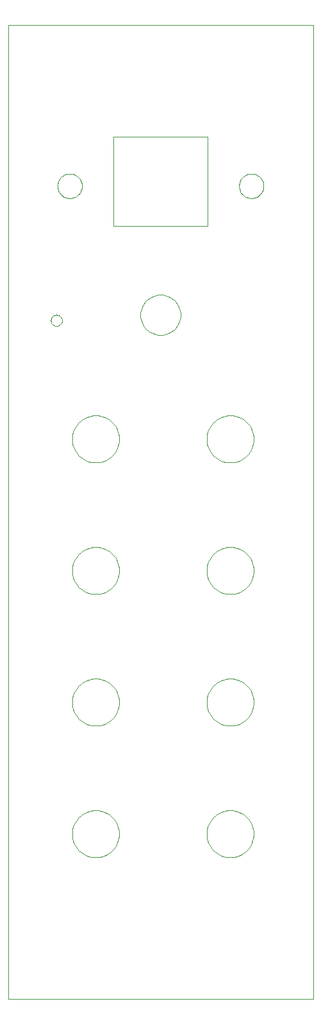
<source format=gbr>
G04 #@! TF.GenerationSoftware,KiCad,Pcbnew,(5.1.2)-2*
G04 #@! TF.CreationDate,2020-04-17T15:17:35-07:00*
G04 #@! TF.ProjectId,panel,70616e65-6c2e-46b6-9963-61645f706362,rev?*
G04 #@! TF.SameCoordinates,Original*
G04 #@! TF.FileFunction,Profile,NP*
%FSLAX46Y46*%
G04 Gerber Fmt 4.6, Leading zero omitted, Abs format (unit mm)*
G04 Created by KiCad (PCBNEW (5.1.2)-2) date 2020-04-17 15:17:35*
%MOMM*%
%LPD*%
G04 APERTURE LIST*
%ADD10C,0.100000*%
G04 APERTURE END LIST*
D10*
X-20150000Y64250000D02*
X20149999Y64250000D01*
X20149999Y64250000D02*
X20149999Y-64250000D01*
X20149999Y-64250000D02*
X-20150000Y-64250000D01*
X-20150000Y-64250000D02*
X-20150000Y64250000D01*
X-20150000Y64250000D02*
X-20150000Y64250000D01*
X12311265Y-42440200D02*
X12296095Y-42746580D01*
X12296095Y-42746580D02*
X12251155Y-43047780D01*
X12251155Y-43047780D02*
X12177275Y-43341750D01*
X12177275Y-43341750D02*
X12075305Y-43626460D01*
X12075305Y-43626460D02*
X11946084Y-43899890D01*
X11946084Y-43899890D02*
X11790454Y-44160000D01*
X11790454Y-44160000D02*
X11609259Y-44404760D01*
X11609259Y-44404760D02*
X11403339Y-44632130D01*
X11403339Y-44632130D02*
X11175967Y-44838050D01*
X11175967Y-44838050D02*
X10931210Y-45019250D01*
X10931210Y-45019250D02*
X10671100Y-45174880D01*
X10671100Y-45174880D02*
X10397670Y-45304100D01*
X10397670Y-45304100D02*
X10112953Y-45406070D01*
X10112953Y-45406070D02*
X9818981Y-45479970D01*
X9818981Y-45479970D02*
X9517787Y-45524870D01*
X9517787Y-45524870D02*
X9211403Y-45540070D01*
X9211403Y-45540070D02*
X8905019Y-45524870D01*
X8905019Y-45524870D02*
X8603825Y-45479970D01*
X8603825Y-45479970D02*
X8309853Y-45406070D01*
X8309853Y-45406070D02*
X8025136Y-45304100D01*
X8025136Y-45304100D02*
X7751706Y-45174880D01*
X7751706Y-45174880D02*
X7491596Y-45019250D01*
X7491596Y-45019250D02*
X7246839Y-44838050D01*
X7246839Y-44838050D02*
X7019467Y-44632130D01*
X7019467Y-44632130D02*
X6813547Y-44404760D01*
X6813547Y-44404760D02*
X6632351Y-44160000D01*
X6632351Y-44160000D02*
X6476722Y-43899890D01*
X6476722Y-43899890D02*
X6347501Y-43626470D01*
X6347501Y-43626470D02*
X6245530Y-43341750D01*
X6245530Y-43341750D02*
X6171650Y-43047780D01*
X6171650Y-43047780D02*
X6126700Y-42746580D01*
X6126700Y-42746580D02*
X6111530Y-42440200D01*
X6111530Y-42440200D02*
X6126700Y-42133820D01*
X6126700Y-42133820D02*
X6171650Y-41832620D01*
X6171650Y-41832620D02*
X6245530Y-41538650D01*
X6245530Y-41538650D02*
X6347501Y-41253930D01*
X6347501Y-41253930D02*
X6476722Y-40980510D01*
X6476722Y-40980510D02*
X6632351Y-40720400D01*
X6632351Y-40720400D02*
X6813547Y-40475640D01*
X6813547Y-40475640D02*
X7019467Y-40248270D01*
X7019467Y-40248270D02*
X7246839Y-40042350D01*
X7246839Y-40042350D02*
X7491596Y-39861150D01*
X7491596Y-39861150D02*
X7751706Y-39705520D01*
X7751706Y-39705520D02*
X8025136Y-39576300D01*
X8025136Y-39576300D02*
X8309853Y-39474330D01*
X8309853Y-39474330D02*
X8603825Y-39400430D01*
X8603825Y-39400430D02*
X8905019Y-39355530D01*
X8905019Y-39355530D02*
X9211403Y-39340330D01*
X9211403Y-39340330D02*
X9517787Y-39355530D01*
X9517787Y-39355530D02*
X9818981Y-39400430D01*
X9818981Y-39400430D02*
X10112953Y-39474330D01*
X10112953Y-39474330D02*
X10397670Y-39576300D01*
X10397670Y-39576300D02*
X10671100Y-39705520D01*
X10671100Y-39705520D02*
X10931210Y-39861150D01*
X10931210Y-39861150D02*
X11175967Y-40042350D01*
X11175967Y-40042350D02*
X11403339Y-40248270D01*
X11403339Y-40248270D02*
X11609259Y-40475640D01*
X11609259Y-40475640D02*
X11790454Y-40720400D01*
X11790454Y-40720400D02*
X11946084Y-40980510D01*
X11946084Y-40980510D02*
X12075305Y-41253940D01*
X12075305Y-41253940D02*
X12177275Y-41538650D01*
X12177275Y-41538650D02*
X12251155Y-41832620D01*
X12251155Y-41832620D02*
X12296095Y-42133820D01*
X12296095Y-42133820D02*
X12311265Y-42440200D01*
X12311265Y-42440200D02*
X12311265Y-42440200D01*
X12311265Y-42440200D02*
X12311265Y-42440200D01*
X12311265Y9629787D02*
X12295265Y9312845D01*
X12295265Y9312845D02*
X12248295Y9005058D01*
X12248295Y9005058D02*
X12171905Y8707984D01*
X12171905Y8707984D02*
X12067666Y8423183D01*
X12067666Y8423183D02*
X11937132Y8152211D01*
X11937132Y8152211D02*
X11781861Y7896627D01*
X11781861Y7896627D02*
X11603410Y7657990D01*
X11603410Y7657990D02*
X11403340Y7437857D01*
X11403340Y7437857D02*
X11183206Y7237787D01*
X11183206Y7237787D02*
X10944568Y7059337D01*
X10944568Y7059337D02*
X10688984Y6904066D01*
X10688984Y6904066D02*
X10418012Y6773532D01*
X10418012Y6773532D02*
X10133210Y6669293D01*
X10133210Y6669293D02*
X9836136Y6592903D01*
X9836136Y6592903D02*
X9528348Y6545933D01*
X9528348Y6545933D02*
X9211405Y6529933D01*
X9211405Y6529933D02*
X8894462Y6545933D01*
X8894462Y6545933D02*
X8586674Y6592903D01*
X8586674Y6592903D02*
X8289600Y6669293D01*
X8289600Y6669293D02*
X8004798Y6773532D01*
X8004798Y6773532D02*
X7733826Y6904066D01*
X7733826Y6904066D02*
X7478241Y7059337D01*
X7478241Y7059337D02*
X7239603Y7237786D01*
X7239603Y7237786D02*
X7019470Y7437857D01*
X7019470Y7437857D02*
X6819399Y7657990D01*
X6819399Y7657990D02*
X6640949Y7896627D01*
X6640949Y7896627D02*
X6485677Y8152211D01*
X6485677Y8152211D02*
X6355143Y8423183D01*
X6355143Y8423183D02*
X6250904Y8707984D01*
X6250904Y8707984D02*
X6174514Y9005058D01*
X6174514Y9005058D02*
X6127544Y9312845D01*
X6127544Y9312845D02*
X6111544Y9629787D01*
X6111544Y9629787D02*
X6126714Y9936170D01*
X6126714Y9936170D02*
X6171654Y10237363D01*
X6171654Y10237363D02*
X6245534Y10531335D01*
X6245534Y10531335D02*
X6347505Y10816051D01*
X6347505Y10816051D02*
X6476726Y11089481D01*
X6476726Y11089481D02*
X6632356Y11349590D01*
X6632356Y11349590D02*
X6813551Y11594347D01*
X6813551Y11594347D02*
X7019471Y11821718D01*
X7019471Y11821718D02*
X7246843Y12027637D01*
X7246843Y12027637D02*
X7491600Y12208833D01*
X7491600Y12208833D02*
X7751710Y12364462D01*
X7751710Y12364462D02*
X8025140Y12493683D01*
X8025140Y12493683D02*
X8309857Y12595653D01*
X8309857Y12595653D02*
X8603829Y12669533D01*
X8603829Y12669533D02*
X8905023Y12714473D01*
X8905023Y12714473D02*
X9211407Y12729643D01*
X9211407Y12729643D02*
X9528350Y12713643D01*
X9528350Y12713643D02*
X9836138Y12666673D01*
X9836138Y12666673D02*
X10133212Y12590283D01*
X10133212Y12590283D02*
X10418014Y12486045D01*
X10418014Y12486045D02*
X10688986Y12355511D01*
X10688986Y12355511D02*
X10944571Y12200240D01*
X10944571Y12200240D02*
X11183208Y12021790D01*
X11183208Y12021790D02*
X11403342Y11821720D01*
X11403342Y11821720D02*
X11603413Y11601586D01*
X11603413Y11601586D02*
X11781863Y11362949D01*
X11781863Y11362949D02*
X11937134Y11107365D01*
X11937134Y11107365D02*
X12067668Y10836394D01*
X12067668Y10836394D02*
X12171907Y10551592D01*
X12171907Y10551592D02*
X12248297Y10254518D01*
X12248297Y10254518D02*
X12295267Y9946731D01*
X12295267Y9946731D02*
X12311267Y9629789D01*
X12311267Y9629789D02*
X12311267Y9629789D01*
X12311267Y9629789D02*
X12311265Y9629787D01*
X-5468772Y9629787D02*
X-5484772Y9312845D01*
X-5484772Y9312845D02*
X-5531742Y9005058D01*
X-5531742Y9005058D02*
X-5608132Y8707984D01*
X-5608132Y8707984D02*
X-5712371Y8423183D01*
X-5712371Y8423183D02*
X-5842905Y8152211D01*
X-5842905Y8152211D02*
X-5998176Y7896627D01*
X-5998176Y7896627D02*
X-6176627Y7657990D01*
X-6176627Y7657990D02*
X-6376697Y7437857D01*
X-6376697Y7437857D02*
X-6596831Y7237787D01*
X-6596831Y7237787D02*
X-6835469Y7059337D01*
X-6835469Y7059337D02*
X-7091053Y6904066D01*
X-7091053Y6904066D02*
X-7362025Y6773532D01*
X-7362025Y6773532D02*
X-7646827Y6669293D01*
X-7646827Y6669293D02*
X-7943901Y6592903D01*
X-7943901Y6592903D02*
X-8251689Y6545933D01*
X-8251689Y6545933D02*
X-8568632Y6529933D01*
X-8568632Y6529933D02*
X-8885575Y6545933D01*
X-8885575Y6545933D02*
X-9193363Y6592903D01*
X-9193363Y6592903D02*
X-9490437Y6669293D01*
X-9490437Y6669293D02*
X-9775243Y6773532D01*
X-9775243Y6773532D02*
X-10046215Y6904066D01*
X-10046215Y6904066D02*
X-10301799Y7059337D01*
X-10301799Y7059337D02*
X-10540437Y7237786D01*
X-10540437Y7237786D02*
X-10760571Y7437857D01*
X-10760571Y7437857D02*
X-10960642Y7657990D01*
X-10960642Y7657990D02*
X-11139092Y7896627D01*
X-11139092Y7896627D02*
X-11294363Y8152211D01*
X-11294363Y8152211D02*
X-11424897Y8423183D01*
X-11424897Y8423183D02*
X-11529136Y8707984D01*
X-11529136Y8707984D02*
X-11605522Y9005058D01*
X-11605522Y9005058D02*
X-11652496Y9312845D01*
X-11652496Y9312845D02*
X-11668500Y9629787D01*
X-11668500Y9629787D02*
X-11653331Y9936170D01*
X-11653331Y9936170D02*
X-11608386Y10237363D01*
X-11608386Y10237363D02*
X-11534507Y10531335D01*
X-11534507Y10531335D02*
X-11432536Y10816051D01*
X-11432536Y10816051D02*
X-11303315Y11089481D01*
X-11303315Y11089481D02*
X-11147686Y11349590D01*
X-11147686Y11349590D02*
X-10966490Y11594346D01*
X-10966490Y11594346D02*
X-10760570Y11821718D01*
X-10760570Y11821718D02*
X-10533198Y12027637D01*
X-10533198Y12027637D02*
X-10288441Y12208833D01*
X-10288441Y12208833D02*
X-10028332Y12364462D01*
X-10028332Y12364462D02*
X-9754902Y12493682D01*
X-9754902Y12493682D02*
X-9470185Y12595653D01*
X-9470185Y12595653D02*
X-9176213Y12669533D01*
X-9176213Y12669533D02*
X-8875019Y12714473D01*
X-8875019Y12714473D02*
X-8568635Y12729643D01*
X-8568635Y12729643D02*
X-8251692Y12713643D01*
X-8251692Y12713643D02*
X-7943904Y12666673D01*
X-7943904Y12666673D02*
X-7646830Y12590283D01*
X-7646830Y12590283D02*
X-7362028Y12486045D01*
X-7362028Y12486045D02*
X-7091056Y12355511D01*
X-7091056Y12355511D02*
X-6835471Y12200240D01*
X-6835471Y12200240D02*
X-6596834Y12021790D01*
X-6596834Y12021790D02*
X-6376700Y11821720D01*
X-6376700Y11821720D02*
X-6176629Y11601586D01*
X-6176629Y11601586D02*
X-5998179Y11362949D01*
X-5998179Y11362949D02*
X-5842908Y11107365D01*
X-5842908Y11107365D02*
X-5712374Y10836394D01*
X-5712374Y10836394D02*
X-5608135Y10551592D01*
X-5608135Y10551592D02*
X-5531745Y10254518D01*
X-5531745Y10254518D02*
X-5484775Y9946731D01*
X-5484775Y9946731D02*
X-5468775Y9629789D01*
X-5468775Y9629789D02*
X-5468775Y9629789D01*
X-5468775Y9629789D02*
X-5468772Y9629787D01*
X12311265Y-7727234D02*
X12295265Y-8044176D01*
X12295265Y-8044176D02*
X12248295Y-8351963D01*
X12248295Y-8351963D02*
X12171905Y-8649037D01*
X12171905Y-8649037D02*
X12067666Y-8933839D01*
X12067666Y-8933839D02*
X11937132Y-9204810D01*
X11937132Y-9204810D02*
X11781861Y-9460394D01*
X11781861Y-9460394D02*
X11603411Y-9699031D01*
X11603411Y-9699031D02*
X11403340Y-9919165D01*
X11403340Y-9919165D02*
X11183206Y-10119235D01*
X11183206Y-10119235D02*
X10944569Y-10297685D01*
X10944569Y-10297685D02*
X10688984Y-10452956D01*
X10688984Y-10452956D02*
X10418012Y-10583490D01*
X10418012Y-10583490D02*
X10133210Y-10687728D01*
X10133210Y-10687728D02*
X9836136Y-10764118D01*
X9836136Y-10764118D02*
X9528348Y-10811088D01*
X9528348Y-10811088D02*
X9211405Y-10827088D01*
X9211405Y-10827088D02*
X8905021Y-10811918D01*
X8905021Y-10811918D02*
X8603827Y-10766978D01*
X8603827Y-10766978D02*
X8309855Y-10693098D01*
X8309855Y-10693098D02*
X8025138Y-10591128D01*
X8025138Y-10591128D02*
X7751708Y-10461907D01*
X7751708Y-10461907D02*
X7491598Y-10306278D01*
X7491598Y-10306278D02*
X7246841Y-10125082D01*
X7246841Y-10125082D02*
X7019469Y-9919163D01*
X7019469Y-9919163D02*
X6813549Y-9691792D01*
X6813549Y-9691792D02*
X6632354Y-9447035D01*
X6632354Y-9447035D02*
X6476724Y-9186926D01*
X6476724Y-9186926D02*
X6347503Y-8913496D01*
X6347503Y-8913496D02*
X6245532Y-8628780D01*
X6245532Y-8628780D02*
X6171652Y-8334808D01*
X6171652Y-8334808D02*
X6126712Y-8033615D01*
X6126712Y-8033615D02*
X6111542Y-7727232D01*
X6111542Y-7727232D02*
X6126712Y-7420849D01*
X6126712Y-7420849D02*
X6171652Y-7119656D01*
X6171652Y-7119656D02*
X6245532Y-6825684D01*
X6245532Y-6825684D02*
X6347503Y-6540968D01*
X6347503Y-6540968D02*
X6476724Y-6267538D01*
X6476724Y-6267538D02*
X6632354Y-6007429D01*
X6632354Y-6007429D02*
X6813549Y-5762672D01*
X6813549Y-5762672D02*
X7019469Y-5535301D01*
X7019469Y-5535301D02*
X7246841Y-5329382D01*
X7246841Y-5329382D02*
X7491598Y-5148186D01*
X7491598Y-5148186D02*
X7751708Y-4992557D01*
X7751708Y-4992557D02*
X8025138Y-4863336D01*
X8025138Y-4863336D02*
X8309855Y-4761366D01*
X8309855Y-4761366D02*
X8603827Y-4687486D01*
X8603827Y-4687486D02*
X8905021Y-4642546D01*
X8905021Y-4642546D02*
X9211405Y-4627376D01*
X9211405Y-4627376D02*
X9528348Y-4643376D01*
X9528348Y-4643376D02*
X9836136Y-4690346D01*
X9836136Y-4690346D02*
X10133210Y-4766736D01*
X10133210Y-4766736D02*
X10418012Y-4870974D01*
X10418012Y-4870974D02*
X10688984Y-5001508D01*
X10688984Y-5001508D02*
X10944569Y-5156779D01*
X10944569Y-5156779D02*
X11183206Y-5335229D01*
X11183206Y-5335229D02*
X11403340Y-5535299D01*
X11403340Y-5535299D02*
X11603411Y-5755433D01*
X11603411Y-5755433D02*
X11781861Y-5994070D01*
X11781861Y-5994070D02*
X11937132Y-6249654D01*
X11937132Y-6249654D02*
X12067666Y-6520625D01*
X12067666Y-6520625D02*
X12171905Y-6805427D01*
X12171905Y-6805427D02*
X12248295Y-7102501D01*
X12248295Y-7102501D02*
X12295265Y-7410288D01*
X12295265Y-7410288D02*
X12311265Y-7727230D01*
X12311265Y-7727230D02*
X12311265Y-7727230D01*
X12311265Y-7727230D02*
X12311265Y-7727234D01*
X-5468772Y-7727234D02*
X-5484772Y-8044176D01*
X-5484772Y-8044176D02*
X-5531742Y-8351963D01*
X-5531742Y-8351963D02*
X-5608132Y-8649037D01*
X-5608132Y-8649037D02*
X-5712371Y-8933839D01*
X-5712371Y-8933839D02*
X-5842905Y-9204810D01*
X-5842905Y-9204810D02*
X-5998176Y-9460394D01*
X-5998176Y-9460394D02*
X-6176626Y-9699031D01*
X-6176626Y-9699031D02*
X-6376697Y-9919165D01*
X-6376697Y-9919165D02*
X-6596831Y-10119235D01*
X-6596831Y-10119235D02*
X-6835468Y-10297685D01*
X-6835468Y-10297685D02*
X-7091053Y-10452956D01*
X-7091053Y-10452956D02*
X-7362025Y-10583490D01*
X-7362025Y-10583490D02*
X-7646827Y-10687728D01*
X-7646827Y-10687728D02*
X-7943901Y-10764118D01*
X-7943901Y-10764118D02*
X-8251689Y-10811088D01*
X-8251689Y-10811088D02*
X-8568632Y-10827088D01*
X-8568632Y-10827088D02*
X-8875016Y-10811918D01*
X-8875016Y-10811918D02*
X-9176210Y-10766978D01*
X-9176210Y-10766978D02*
X-9470182Y-10693098D01*
X-9470182Y-10693098D02*
X-9754899Y-10591127D01*
X-9754899Y-10591127D02*
X-10028329Y-10461907D01*
X-10028329Y-10461907D02*
X-10288442Y-10306280D01*
X-10288442Y-10306280D02*
X-10533199Y-10125084D01*
X-10533199Y-10125084D02*
X-10760571Y-9919165D01*
X-10760571Y-9919165D02*
X-10966491Y-9691793D01*
X-10966491Y-9691793D02*
X-11147687Y-9447037D01*
X-11147687Y-9447037D02*
X-11303316Y-9186928D01*
X-11303316Y-9186928D02*
X-11432537Y-8913498D01*
X-11432537Y-8913498D02*
X-11534508Y-8628782D01*
X-11534508Y-8628782D02*
X-11608387Y-8334810D01*
X-11608387Y-8334810D02*
X-11653332Y-8033617D01*
X-11653332Y-8033617D02*
X-11668501Y-7727234D01*
X-11668501Y-7727234D02*
X-11653332Y-7420851D01*
X-11653332Y-7420851D02*
X-11608387Y-7119658D01*
X-11608387Y-7119658D02*
X-11534508Y-6825686D01*
X-11534508Y-6825686D02*
X-11432537Y-6540970D01*
X-11432537Y-6540970D02*
X-11303316Y-6267540D01*
X-11303316Y-6267540D02*
X-11147686Y-6007431D01*
X-11147686Y-6007431D02*
X-10966491Y-5762675D01*
X-10966491Y-5762675D02*
X-10760571Y-5535303D01*
X-10760571Y-5535303D02*
X-10533199Y-5329384D01*
X-10533199Y-5329384D02*
X-10288442Y-5148188D01*
X-10288442Y-5148188D02*
X-10028332Y-4992559D01*
X-10028332Y-4992559D02*
X-9754902Y-4863339D01*
X-9754902Y-4863339D02*
X-9470185Y-4761368D01*
X-9470185Y-4761368D02*
X-9176213Y-4687488D01*
X-9176213Y-4687488D02*
X-8875019Y-4642548D01*
X-8875019Y-4642548D02*
X-8568635Y-4627378D01*
X-8568635Y-4627378D02*
X-8251692Y-4643378D01*
X-8251692Y-4643378D02*
X-7943904Y-4690348D01*
X-7943904Y-4690348D02*
X-7646830Y-4766738D01*
X-7646830Y-4766738D02*
X-7362028Y-4870976D01*
X-7362028Y-4870976D02*
X-7091056Y-5001510D01*
X-7091056Y-5001510D02*
X-6835471Y-5156781D01*
X-6835471Y-5156781D02*
X-6596834Y-5335231D01*
X-6596834Y-5335231D02*
X-6376700Y-5535301D01*
X-6376700Y-5535301D02*
X-6176629Y-5755435D01*
X-6176629Y-5755435D02*
X-5998179Y-5994072D01*
X-5998179Y-5994072D02*
X-5842908Y-6249656D01*
X-5842908Y-6249656D02*
X-5712374Y-6520627D01*
X-5712374Y-6520627D02*
X-5608135Y-6805429D01*
X-5608135Y-6805429D02*
X-5531745Y-7102503D01*
X-5531745Y-7102503D02*
X-5484775Y-7410290D01*
X-5484775Y-7410290D02*
X-5468775Y-7727232D01*
X-5468775Y-7727232D02*
X-5468775Y-7727232D01*
X-5468775Y-7727232D02*
X-5468772Y-7727234D01*
X12311265Y-25083893D02*
X12295265Y-25400835D01*
X12295265Y-25400835D02*
X12248295Y-25708622D01*
X12248295Y-25708622D02*
X12171905Y-26005696D01*
X12171905Y-26005696D02*
X12067666Y-26290498D01*
X12067666Y-26290498D02*
X11937132Y-26561469D01*
X11937132Y-26561469D02*
X11781861Y-26817053D01*
X11781861Y-26817053D02*
X11603411Y-27055690D01*
X11603411Y-27055690D02*
X11403340Y-27275824D01*
X11403340Y-27275824D02*
X11183206Y-27475894D01*
X11183206Y-27475894D02*
X10944569Y-27654344D01*
X10944569Y-27654344D02*
X10688984Y-27809615D01*
X10688984Y-27809615D02*
X10418012Y-27940149D01*
X10418012Y-27940149D02*
X10133210Y-28044387D01*
X10133210Y-28044387D02*
X9836136Y-28120777D01*
X9836136Y-28120777D02*
X9528348Y-28167747D01*
X9528348Y-28167747D02*
X9211405Y-28183747D01*
X9211405Y-28183747D02*
X8905021Y-28168577D01*
X8905021Y-28168577D02*
X8603827Y-28123637D01*
X8603827Y-28123637D02*
X8309855Y-28049757D01*
X8309855Y-28049757D02*
X8025138Y-27947787D01*
X8025138Y-27947787D02*
X7751708Y-27818566D01*
X7751708Y-27818566D02*
X7491598Y-27662937D01*
X7491598Y-27662937D02*
X7246841Y-27481741D01*
X7246841Y-27481741D02*
X7019469Y-27275822D01*
X7019469Y-27275822D02*
X6813549Y-27048451D01*
X6813549Y-27048451D02*
X6632354Y-26803694D01*
X6632354Y-26803694D02*
X6476724Y-26543585D01*
X6476724Y-26543585D02*
X6347503Y-26270155D01*
X6347503Y-26270155D02*
X6245532Y-25985439D01*
X6245532Y-25985439D02*
X6171652Y-25691467D01*
X6171652Y-25691467D02*
X6126712Y-25390274D01*
X6126712Y-25390274D02*
X6111542Y-25083891D01*
X6111542Y-25083891D02*
X6126712Y-24777508D01*
X6126712Y-24777508D02*
X6171652Y-24476315D01*
X6171652Y-24476315D02*
X6245532Y-24182343D01*
X6245532Y-24182343D02*
X6347503Y-23897627D01*
X6347503Y-23897627D02*
X6476724Y-23624197D01*
X6476724Y-23624197D02*
X6632354Y-23364088D01*
X6632354Y-23364088D02*
X6813549Y-23119331D01*
X6813549Y-23119331D02*
X7019469Y-22891960D01*
X7019469Y-22891960D02*
X7246841Y-22686041D01*
X7246841Y-22686041D02*
X7491598Y-22504845D01*
X7491598Y-22504845D02*
X7751708Y-22349216D01*
X7751708Y-22349216D02*
X8025138Y-22219995D01*
X8025138Y-22219995D02*
X8309855Y-22118025D01*
X8309855Y-22118025D02*
X8603827Y-22044145D01*
X8603827Y-22044145D02*
X8905021Y-21999205D01*
X8905021Y-21999205D02*
X9211405Y-21984035D01*
X9211405Y-21984035D02*
X9528348Y-22000035D01*
X9528348Y-22000035D02*
X9836136Y-22047005D01*
X9836136Y-22047005D02*
X10133210Y-22123395D01*
X10133210Y-22123395D02*
X10418012Y-22227633D01*
X10418012Y-22227633D02*
X10688984Y-22358167D01*
X10688984Y-22358167D02*
X10944569Y-22513438D01*
X10944569Y-22513438D02*
X11183206Y-22691888D01*
X11183206Y-22691888D02*
X11403340Y-22891958D01*
X11403340Y-22891958D02*
X11603411Y-23112092D01*
X11603411Y-23112092D02*
X11781861Y-23350729D01*
X11781861Y-23350729D02*
X11937132Y-23606313D01*
X11937132Y-23606313D02*
X12067666Y-23877284D01*
X12067666Y-23877284D02*
X12171905Y-24162086D01*
X12171905Y-24162086D02*
X12248295Y-24459160D01*
X12248295Y-24459160D02*
X12295265Y-24766947D01*
X12295265Y-24766947D02*
X12311265Y-25083889D01*
X12311265Y-25083889D02*
X12311265Y-25083889D01*
X12311265Y-25083889D02*
X12311265Y-25083893D01*
X-5468772Y-25083893D02*
X-5484772Y-25400835D01*
X-5484772Y-25400835D02*
X-5531742Y-25708622D01*
X-5531742Y-25708622D02*
X-5608132Y-26005696D01*
X-5608132Y-26005696D02*
X-5712371Y-26290498D01*
X-5712371Y-26290498D02*
X-5842905Y-26561469D01*
X-5842905Y-26561469D02*
X-5998176Y-26817053D01*
X-5998176Y-26817053D02*
X-6176626Y-27055690D01*
X-6176626Y-27055690D02*
X-6376697Y-27275824D01*
X-6376697Y-27275824D02*
X-6596831Y-27475894D01*
X-6596831Y-27475894D02*
X-6835468Y-27654344D01*
X-6835468Y-27654344D02*
X-7091053Y-27809615D01*
X-7091053Y-27809615D02*
X-7362025Y-27940149D01*
X-7362025Y-27940149D02*
X-7646827Y-28044387D01*
X-7646827Y-28044387D02*
X-7943901Y-28120777D01*
X-7943901Y-28120777D02*
X-8251689Y-28167747D01*
X-8251689Y-28167747D02*
X-8568632Y-28183747D01*
X-8568632Y-28183747D02*
X-8875016Y-28168577D01*
X-8875016Y-28168577D02*
X-9176210Y-28123637D01*
X-9176210Y-28123637D02*
X-9470182Y-28049757D01*
X-9470182Y-28049757D02*
X-9754899Y-27947786D01*
X-9754899Y-27947786D02*
X-10028329Y-27818566D01*
X-10028329Y-27818566D02*
X-10288442Y-27662939D01*
X-10288442Y-27662939D02*
X-10533199Y-27481743D01*
X-10533199Y-27481743D02*
X-10760571Y-27275824D01*
X-10760571Y-27275824D02*
X-10966491Y-27048452D01*
X-10966491Y-27048452D02*
X-11147687Y-26803696D01*
X-11147687Y-26803696D02*
X-11303316Y-26543587D01*
X-11303316Y-26543587D02*
X-11432537Y-26270157D01*
X-11432537Y-26270157D02*
X-11534508Y-25985441D01*
X-11534508Y-25985441D02*
X-11608387Y-25691469D01*
X-11608387Y-25691469D02*
X-11653332Y-25390276D01*
X-11653332Y-25390276D02*
X-11668501Y-25083893D01*
X-11668501Y-25083893D02*
X-11653332Y-24777510D01*
X-11653332Y-24777510D02*
X-11608387Y-24476317D01*
X-11608387Y-24476317D02*
X-11534508Y-24182345D01*
X-11534508Y-24182345D02*
X-11432537Y-23897629D01*
X-11432537Y-23897629D02*
X-11303316Y-23624199D01*
X-11303316Y-23624199D02*
X-11147687Y-23364090D01*
X-11147687Y-23364090D02*
X-10966491Y-23119334D01*
X-10966491Y-23119334D02*
X-10760571Y-22891962D01*
X-10760571Y-22891962D02*
X-10533199Y-22686043D01*
X-10533199Y-22686043D02*
X-10288442Y-22504847D01*
X-10288442Y-22504847D02*
X-10028333Y-22349218D01*
X-10028333Y-22349218D02*
X-9754903Y-22219998D01*
X-9754903Y-22219998D02*
X-9470186Y-22118027D01*
X-9470186Y-22118027D02*
X-9176214Y-22044147D01*
X-9176214Y-22044147D02*
X-8875020Y-21999207D01*
X-8875020Y-21999207D02*
X-8568636Y-21984037D01*
X-8568636Y-21984037D02*
X-8251693Y-22000037D01*
X-8251693Y-22000037D02*
X-7943905Y-22047007D01*
X-7943905Y-22047007D02*
X-7646831Y-22123397D01*
X-7646831Y-22123397D02*
X-7362029Y-22227635D01*
X-7362029Y-22227635D02*
X-7091057Y-22358169D01*
X-7091057Y-22358169D02*
X-6835472Y-22513440D01*
X-6835472Y-22513440D02*
X-6596835Y-22691890D01*
X-6596835Y-22691890D02*
X-6376701Y-22891960D01*
X-6376701Y-22891960D02*
X-6176630Y-23112094D01*
X-6176630Y-23112094D02*
X-5998180Y-23350731D01*
X-5998180Y-23350731D02*
X-5842909Y-23606315D01*
X-5842909Y-23606315D02*
X-5712375Y-23877286D01*
X-5712375Y-23877286D02*
X-5608136Y-24162088D01*
X-5608136Y-24162088D02*
X-5531746Y-24459162D01*
X-5531746Y-24459162D02*
X-5484776Y-24766949D01*
X-5484776Y-24766949D02*
X-5468776Y-25083891D01*
X-5468776Y-25083891D02*
X-5468776Y-25083891D01*
X-5468776Y-25083891D02*
X-5468772Y-25083893D01*
X-5468772Y-42440200D02*
X-5483942Y-42746580D01*
X-5483942Y-42746580D02*
X-5528892Y-43047780D01*
X-5528892Y-43047780D02*
X-5602772Y-43341750D01*
X-5602772Y-43341750D02*
X-5704742Y-43626460D01*
X-5704742Y-43626460D02*
X-5833963Y-43899890D01*
X-5833963Y-43899890D02*
X-5989593Y-44160000D01*
X-5989593Y-44160000D02*
X-6170788Y-44404760D01*
X-6170788Y-44404760D02*
X-6376708Y-44632130D01*
X-6376708Y-44632130D02*
X-6604080Y-44838050D01*
X-6604080Y-44838050D02*
X-6848837Y-45019250D01*
X-6848837Y-45019250D02*
X-7108947Y-45174880D01*
X-7108947Y-45174880D02*
X-7382377Y-45304100D01*
X-7382377Y-45304100D02*
X-7667094Y-45406070D01*
X-7667094Y-45406070D02*
X-7961066Y-45479970D01*
X-7961066Y-45479970D02*
X-8262260Y-45524870D01*
X-8262260Y-45524870D02*
X-8568644Y-45540070D01*
X-8568644Y-45540070D02*
X-8875028Y-45524870D01*
X-8875028Y-45524870D02*
X-9176222Y-45479970D01*
X-9176222Y-45479970D02*
X-9470194Y-45406070D01*
X-9470194Y-45406070D02*
X-9754911Y-45304100D01*
X-9754911Y-45304100D02*
X-10028341Y-45174880D01*
X-10028341Y-45174880D02*
X-10288451Y-45019250D01*
X-10288451Y-45019250D02*
X-10533208Y-44838050D01*
X-10533208Y-44838050D02*
X-10760580Y-44632130D01*
X-10760580Y-44632130D02*
X-10966500Y-44404760D01*
X-10966500Y-44404760D02*
X-11147695Y-44160000D01*
X-11147695Y-44160000D02*
X-11303325Y-43899890D01*
X-11303325Y-43899890D02*
X-11432546Y-43626460D01*
X-11432546Y-43626460D02*
X-11534517Y-43341750D01*
X-11534517Y-43341750D02*
X-11608396Y-43047780D01*
X-11608396Y-43047780D02*
X-11653340Y-42746580D01*
X-11653340Y-42746580D02*
X-11668508Y-42440200D01*
X-11668508Y-42440200D02*
X-11653340Y-42133820D01*
X-11653340Y-42133820D02*
X-11608396Y-41832620D01*
X-11608396Y-41832620D02*
X-11534517Y-41538650D01*
X-11534517Y-41538650D02*
X-11432546Y-41253940D01*
X-11432546Y-41253940D02*
X-11303325Y-40980510D01*
X-11303325Y-40980510D02*
X-11147695Y-40720400D01*
X-11147695Y-40720400D02*
X-10966500Y-40475640D01*
X-10966500Y-40475640D02*
X-10760580Y-40248270D01*
X-10760580Y-40248270D02*
X-10533208Y-40042350D01*
X-10533208Y-40042350D02*
X-10288451Y-39861150D01*
X-10288451Y-39861150D02*
X-10028341Y-39705520D01*
X-10028341Y-39705520D02*
X-9754911Y-39576300D01*
X-9754911Y-39576300D02*
X-9470194Y-39474330D01*
X-9470194Y-39474330D02*
X-9176222Y-39400430D01*
X-9176222Y-39400430D02*
X-8875028Y-39355530D01*
X-8875028Y-39355530D02*
X-8568644Y-39340330D01*
X-8568644Y-39340330D02*
X-8262260Y-39355530D01*
X-8262260Y-39355530D02*
X-7961066Y-39400430D01*
X-7961066Y-39400430D02*
X-7667094Y-39474330D01*
X-7667094Y-39474330D02*
X-7382377Y-39576300D01*
X-7382377Y-39576300D02*
X-7108947Y-39705520D01*
X-7108947Y-39705520D02*
X-6848837Y-39861150D01*
X-6848837Y-39861150D02*
X-6604080Y-40042350D01*
X-6604080Y-40042350D02*
X-6376708Y-40248270D01*
X-6376708Y-40248270D02*
X-6170788Y-40475640D01*
X-6170788Y-40475640D02*
X-5989593Y-40720400D01*
X-5989593Y-40720400D02*
X-5833963Y-40980510D01*
X-5833963Y-40980510D02*
X-5704742Y-41253940D01*
X-5704742Y-41253940D02*
X-5602772Y-41538650D01*
X-5602772Y-41538650D02*
X-5528892Y-41832620D01*
X-5528892Y-41832620D02*
X-5483942Y-42133820D01*
X-5483942Y-42133820D02*
X-5468772Y-42440200D01*
X-5468772Y-42440200D02*
X-5468772Y-42440200D01*
X-5468772Y-42440200D02*
X-5468772Y-42440200D01*
X2650071Y25999729D02*
X2636391Y25728775D01*
X2636391Y25728775D02*
X2596231Y25465648D01*
X2596231Y25465648D02*
X2530931Y25211681D01*
X2530931Y25211681D02*
X2441821Y24968204D01*
X2441821Y24968204D02*
X2330228Y24736550D01*
X2330228Y24736550D02*
X2197486Y24518052D01*
X2197486Y24518052D02*
X2044930Y24314041D01*
X2044930Y24314041D02*
X1873889Y24125850D01*
X1873889Y24125850D02*
X1685697Y23954810D01*
X1685697Y23954810D02*
X1481686Y23802253D01*
X1481686Y23802253D02*
X1263187Y23669512D01*
X1263187Y23669512D02*
X1031533Y23557919D01*
X1031533Y23557919D02*
X788056Y23468809D01*
X788056Y23468809D02*
X534088Y23403509D01*
X534088Y23403509D02*
X270960Y23363349D01*
X270960Y23363349D02*
X6Y23349669D01*
X6Y23349669D02*
X-261921Y23362639D01*
X-261921Y23362639D02*
X-519412Y23401059D01*
X-519412Y23401059D02*
X-770728Y23464219D01*
X-770728Y23464219D02*
X-1014133Y23551389D01*
X-1014133Y23551389D02*
X-1247888Y23661860D01*
X-1247888Y23661860D02*
X-1470255Y23794907D01*
X-1470255Y23794907D02*
X-1679498Y23949811D01*
X-1679498Y23949811D02*
X-1873878Y24125851D01*
X-1873878Y24125851D02*
X-2049919Y24320231D01*
X-2049919Y24320231D02*
X-2204823Y24529473D01*
X-2204823Y24529473D02*
X-2337870Y24751840D01*
X-2337870Y24751840D02*
X-2448341Y24985595D01*
X-2448341Y24985595D02*
X-2535521Y25228999D01*
X-2535521Y25228999D02*
X-2598681Y25480315D01*
X-2598681Y25480315D02*
X-2637101Y25737805D01*
X-2637101Y25737805D02*
X-2650071Y25999731D01*
X-2650071Y25999731D02*
X-2636391Y26270685D01*
X-2636391Y26270685D02*
X-2596231Y26533812D01*
X-2596231Y26533812D02*
X-2530931Y26787780D01*
X-2530931Y26787780D02*
X-2441821Y27031256D01*
X-2441821Y27031256D02*
X-2330228Y27262910D01*
X-2330228Y27262910D02*
X-2197486Y27481408D01*
X-2197486Y27481408D02*
X-2044929Y27685419D01*
X-2044929Y27685419D02*
X-1873889Y27873611D01*
X-1873889Y27873611D02*
X-1685697Y28044651D01*
X-1685697Y28044651D02*
X-1481685Y28197207D01*
X-1481685Y28197207D02*
X-1263187Y28329948D01*
X-1263187Y28329948D02*
X-1031533Y28441542D01*
X-1031533Y28441542D02*
X-788055Y28530652D01*
X-788055Y28530652D02*
X-534087Y28595952D01*
X-534087Y28595952D02*
X-270959Y28636112D01*
X-270959Y28636112D02*
X-5Y28649792D01*
X-5Y28649792D02*
X270949Y28636112D01*
X270949Y28636112D02*
X534077Y28595952D01*
X534077Y28595952D02*
X788045Y28530652D01*
X788045Y28530652D02*
X1031522Y28441542D01*
X1031522Y28441542D02*
X1263176Y28329949D01*
X1263176Y28329949D02*
X1481675Y28197208D01*
X1481675Y28197208D02*
X1685686Y28044651D01*
X1685686Y28044651D02*
X1873878Y27873611D01*
X1873878Y27873611D02*
X2044919Y27685420D01*
X2044919Y27685420D02*
X2197475Y27481409D01*
X2197475Y27481409D02*
X2330217Y27262911D01*
X2330217Y27262911D02*
X2441810Y27031257D01*
X2441810Y27031257D02*
X2530920Y26787780D01*
X2530920Y26787780D02*
X2596220Y26533813D01*
X2596220Y26533813D02*
X2636380Y26270686D01*
X2636380Y26270686D02*
X2650060Y25999732D01*
X2650060Y25999732D02*
X2650060Y25999732D01*
X2650060Y25999732D02*
X2650071Y25999729D01*
X-13021758Y25265240D02*
X-13036680Y25117216D01*
X-13036680Y25117216D02*
X-13079477Y24979346D01*
X-13079477Y24979346D02*
X-13147196Y24854584D01*
X-13147196Y24854584D02*
X-13236883Y24745882D01*
X-13236883Y24745882D02*
X-13345584Y24656192D01*
X-13345584Y24656192D02*
X-13470347Y24588472D01*
X-13470347Y24588472D02*
X-13608217Y24545672D01*
X-13608217Y24545672D02*
X-13756242Y24530752D01*
X-13756242Y24530752D02*
X-13904266Y24545672D01*
X-13904266Y24545672D02*
X-14042136Y24588472D01*
X-14042136Y24588472D02*
X-14166899Y24656192D01*
X-14166899Y24656192D02*
X-14275601Y24745882D01*
X-14275601Y24745882D02*
X-14365288Y24854584D01*
X-14365288Y24854584D02*
X-14433007Y24979346D01*
X-14433007Y24979346D02*
X-14475804Y25117216D01*
X-14475804Y25117216D02*
X-14490726Y25265240D01*
X-14490726Y25265240D02*
X-14475804Y25413264D01*
X-14475804Y25413264D02*
X-14433007Y25551134D01*
X-14433007Y25551134D02*
X-14365288Y25675896D01*
X-14365288Y25675896D02*
X-14275601Y25784598D01*
X-14275601Y25784598D02*
X-14166899Y25874288D01*
X-14166899Y25874288D02*
X-14042136Y25942008D01*
X-14042136Y25942008D02*
X-13904266Y25984808D01*
X-13904266Y25984808D02*
X-13756242Y25999728D01*
X-13756242Y25999728D02*
X-13608217Y25984808D01*
X-13608217Y25984808D02*
X-13470347Y25942008D01*
X-13470347Y25942008D02*
X-13345584Y25874288D01*
X-13345584Y25874288D02*
X-13236883Y25784598D01*
X-13236883Y25784598D02*
X-13147196Y25675896D01*
X-13147196Y25675896D02*
X-13079477Y25551134D01*
X-13079477Y25551134D02*
X-13036680Y25413264D01*
X-13036680Y25413264D02*
X-13021758Y25265240D01*
X-13021758Y25265240D02*
X-13021758Y25265240D01*
X-13021758Y25265240D02*
X-13021758Y25265240D01*
X-6249472Y49511299D02*
X6249821Y49511299D01*
X6249821Y49511299D02*
X6249821Y37710531D01*
X6249821Y37710531D02*
X-6249472Y37710531D01*
X-6249472Y37710531D02*
X-6249472Y49511299D01*
X-6249472Y49511299D02*
X-6249472Y49511299D01*
X-10380859Y43001141D02*
X-10388779Y42841238D01*
X-10388779Y42841238D02*
X-10412236Y42684042D01*
X-10412236Y42684042D02*
X-10450794Y42530617D01*
X-10450794Y42530617D02*
X-10504013Y42382021D01*
X-10504013Y42382021D02*
X-10571454Y42239316D01*
X-10571454Y42239316D02*
X-10652678Y42103563D01*
X-10652678Y42103563D02*
X-10747245Y41975823D01*
X-10747245Y41975823D02*
X-10854716Y41857156D01*
X-10854716Y41857156D02*
X-10973383Y41749685D01*
X-10973383Y41749685D02*
X-11101124Y41655115D01*
X-11101124Y41655115D02*
X-11236877Y41573895D01*
X-11236877Y41573895D02*
X-11379582Y41506455D01*
X-11379582Y41506455D02*
X-11528178Y41453235D01*
X-11528178Y41453235D02*
X-11681604Y41414675D01*
X-11681604Y41414675D02*
X-11838800Y41391215D01*
X-11838800Y41391215D02*
X-11998703Y41383315D01*
X-11998703Y41383315D02*
X-12158607Y41391215D01*
X-12158607Y41391215D02*
X-12315803Y41414675D01*
X-12315803Y41414675D02*
X-12469229Y41453235D01*
X-12469229Y41453235D02*
X-12617825Y41506455D01*
X-12617825Y41506455D02*
X-12760530Y41573895D01*
X-12760530Y41573895D02*
X-12896283Y41655115D01*
X-12896283Y41655115D02*
X-13024024Y41749685D01*
X-13024024Y41749685D02*
X-13142691Y41857156D01*
X-13142691Y41857156D02*
X-13250162Y41975823D01*
X-13250162Y41975823D02*
X-13344729Y42103563D01*
X-13344729Y42103563D02*
X-13425953Y42239316D01*
X-13425953Y42239316D02*
X-13493394Y42382021D01*
X-13493394Y42382021D02*
X-13546613Y42530617D01*
X-13546613Y42530617D02*
X-13585171Y42684042D01*
X-13585171Y42684042D02*
X-13608628Y42841238D01*
X-13608628Y42841238D02*
X-13616548Y43001141D01*
X-13616548Y43001141D02*
X-13608198Y43166556D01*
X-13608198Y43166556D02*
X-13583682Y43327192D01*
X-13583682Y43327192D02*
X-13543816Y43482237D01*
X-13543816Y43482237D02*
X-13489413Y43630877D01*
X-13489413Y43630877D02*
X-13421286Y43772299D01*
X-13421286Y43772299D02*
X-13340249Y43905690D01*
X-13340249Y43905690D02*
X-13142696Y44145125D01*
X-13142696Y44145125D02*
X-12903260Y44342678D01*
X-12903260Y44342678D02*
X-12769868Y44423718D01*
X-12769868Y44423718D02*
X-12628446Y44491848D01*
X-12628446Y44491848D02*
X-12479806Y44546248D01*
X-12479806Y44546248D02*
X-12324761Y44586118D01*
X-12324761Y44586118D02*
X-12164124Y44610638D01*
X-12164124Y44610638D02*
X-11998709Y44619038D01*
X-11998709Y44619038D02*
X-11833294Y44610638D01*
X-11833294Y44610638D02*
X-11672658Y44586118D01*
X-11672658Y44586118D02*
X-11517612Y44546248D01*
X-11517612Y44546248D02*
X-11368972Y44491848D01*
X-11368972Y44491848D02*
X-11227550Y44423718D01*
X-11227550Y44423718D02*
X-11094158Y44342678D01*
X-11094158Y44342678D02*
X-10854722Y44145125D01*
X-10854722Y44145125D02*
X-10657169Y43905690D01*
X-10657169Y43905690D02*
X-10576132Y43772299D01*
X-10576132Y43772299D02*
X-10508005Y43630877D01*
X-10508005Y43630877D02*
X-10453602Y43482237D01*
X-10453602Y43482237D02*
X-10413736Y43327192D01*
X-10413736Y43327192D02*
X-10389220Y43166556D01*
X-10389220Y43166556D02*
X-10380870Y43001141D01*
X-10380870Y43001141D02*
X-10380870Y43001141D01*
X-10380870Y43001141D02*
X-10380859Y43001141D01*
X13619366Y43001141D02*
X13611466Y42841238D01*
X13611466Y42841238D02*
X13588006Y42684042D01*
X13588006Y42684042D02*
X13549446Y42530617D01*
X13549446Y42530617D02*
X13496226Y42382021D01*
X13496226Y42382021D02*
X13428786Y42239316D01*
X13428786Y42239316D02*
X13347566Y42103563D01*
X13347566Y42103563D02*
X13252996Y41975823D01*
X13252996Y41975823D02*
X13145525Y41857156D01*
X13145525Y41857156D02*
X13026858Y41749685D01*
X13026858Y41749685D02*
X12899118Y41655115D01*
X12899118Y41655115D02*
X12763364Y41573895D01*
X12763364Y41573895D02*
X12620659Y41506455D01*
X12620659Y41506455D02*
X12472063Y41453235D01*
X12472063Y41453235D02*
X12318637Y41414675D01*
X12318637Y41414675D02*
X12161442Y41391215D01*
X12161442Y41391215D02*
X12001538Y41383315D01*
X12001538Y41383315D02*
X11841634Y41391215D01*
X11841634Y41391215D02*
X11684439Y41414675D01*
X11684439Y41414675D02*
X11531013Y41453235D01*
X11531013Y41453235D02*
X11382417Y41506455D01*
X11382417Y41506455D02*
X11239712Y41573895D01*
X11239712Y41573895D02*
X11103958Y41655115D01*
X11103958Y41655115D02*
X10976218Y41749685D01*
X10976218Y41749685D02*
X10857551Y41857156D01*
X10857551Y41857156D02*
X10750080Y41975823D01*
X10750080Y41975823D02*
X10655510Y42103563D01*
X10655510Y42103563D02*
X10574290Y42239316D01*
X10574290Y42239316D02*
X10506850Y42382021D01*
X10506850Y42382021D02*
X10453630Y42530617D01*
X10453630Y42530617D02*
X10415070Y42684042D01*
X10415070Y42684042D02*
X10391610Y42841238D01*
X10391610Y42841238D02*
X10383710Y43001141D01*
X10383710Y43001141D02*
X10392110Y43166556D01*
X10392110Y43166556D02*
X10416630Y43327192D01*
X10416630Y43327192D02*
X10456500Y43482237D01*
X10456500Y43482237D02*
X10510900Y43630877D01*
X10510900Y43630877D02*
X10579030Y43772299D01*
X10579030Y43772299D02*
X10660070Y43905690D01*
X10660070Y43905690D02*
X10857623Y44145125D01*
X10857623Y44145125D02*
X11097059Y44342678D01*
X11097059Y44342678D02*
X11230451Y44423718D01*
X11230451Y44423718D02*
X11371873Y44491848D01*
X11371873Y44491848D02*
X11520513Y44546248D01*
X11520513Y44546248D02*
X11675558Y44586118D01*
X11675558Y44586118D02*
X11836195Y44610638D01*
X11836195Y44610638D02*
X12001610Y44619038D01*
X12001610Y44619038D02*
X12167025Y44610638D01*
X12167025Y44610638D02*
X12327662Y44586118D01*
X12327662Y44586118D02*
X12482707Y44546248D01*
X12482707Y44546248D02*
X12631347Y44491848D01*
X12631347Y44491848D02*
X12772769Y44423718D01*
X12772769Y44423718D02*
X12906161Y44342678D01*
X12906161Y44342678D02*
X13145597Y44145125D01*
X13145597Y44145125D02*
X13343150Y43905690D01*
X13343150Y43905690D02*
X13424190Y43772299D01*
X13424190Y43772299D02*
X13492320Y43630877D01*
X13492320Y43630877D02*
X13546720Y43482237D01*
X13546720Y43482237D02*
X13586590Y43327192D01*
X13586590Y43327192D02*
X13611110Y43166556D01*
X13611110Y43166556D02*
X13619510Y43001141D01*
X13619510Y43001141D02*
X13619510Y43001141D01*
X13619510Y43001141D02*
X13619366Y43001141D01*
M02*

</source>
